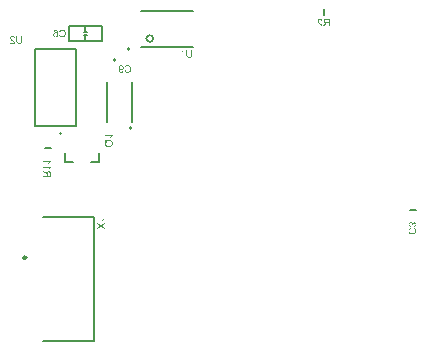
<source format=gbo>
G04*
G04 #@! TF.GenerationSoftware,Altium Limited,Altium Designer,23.3.1 (30)*
G04*
G04 Layer_Color=32896*
%FSAX44Y44*%
%MOMM*%
G71*
G04*
G04 #@! TF.SameCoordinates,EEB403B8-57DA-4B53-8A1C-A64ED6DC22F4*
G04*
G04*
G04 #@! TF.FilePolarity,Positive*
G04*
G01*
G75*
%ADD11C,0.2000*%
%ADD12C,0.1270*%
%ADD13C,0.1500*%
%ADD80C,0.2540*%
%ADD81C,0.1600*%
%ADD82C,0.0000*%
G36*
X00639162Y00379203D02*
X00639367Y00379164D01*
X00639543Y00379115D01*
X00639689Y00379056D01*
X00639806Y00378988D01*
X00639894Y00378939D01*
X00639953Y00378900D01*
X00639972Y00378891D01*
X00640118Y00378764D01*
X00640235Y00378618D01*
X00640333Y00378471D01*
X00640401Y00378335D01*
X00640460Y00378208D01*
X00640489Y00378110D01*
X00640508Y00378071D01*
Y00378042D01*
X00640518Y00378022D01*
Y00378013D01*
X00640596Y00378169D01*
X00640694Y00378305D01*
X00640782Y00378413D01*
X00640869Y00378510D01*
X00640947Y00378578D01*
X00641006Y00378637D01*
X00641045Y00378666D01*
X00641065Y00378676D01*
X00641191Y00378754D01*
X00641328Y00378803D01*
X00641455Y00378842D01*
X00641572Y00378871D01*
X00641669Y00378891D01*
X00641747Y00378900D01*
X00641796D01*
X00641815D01*
X00641981Y00378891D01*
X00642128Y00378861D01*
X00642264Y00378822D01*
X00642391Y00378783D01*
X00642488Y00378744D01*
X00642567Y00378705D01*
X00642615Y00378676D01*
X00642635Y00378666D01*
X00642771Y00378569D01*
X00642898Y00378461D01*
X00643005Y00378344D01*
X00643093Y00378237D01*
X00643161Y00378139D01*
X00643210Y00378061D01*
X00643240Y00378003D01*
X00643249Y00377993D01*
Y00377984D01*
X00643327Y00377818D01*
X00643386Y00377652D01*
X00643425Y00377486D01*
X00643454Y00377340D01*
X00643474Y00377213D01*
X00643483Y00377115D01*
Y00376891D01*
X00643464Y00376754D01*
X00643415Y00376511D01*
X00643347Y00376286D01*
X00643269Y00376101D01*
X00643181Y00375955D01*
X00643142Y00375896D01*
X00643113Y00375847D01*
X00643083Y00375799D01*
X00643064Y00375769D01*
X00643054Y00375760D01*
X00643044Y00375750D01*
X00642869Y00375574D01*
X00642674Y00375438D01*
X00642469Y00375321D01*
X00642274Y00375243D01*
X00642098Y00375174D01*
X00642020Y00375155D01*
X00641952Y00375135D01*
X00641903Y00375126D01*
X00641864Y00375116D01*
X00641835Y00375106D01*
X00641825D01*
X00641689Y00375896D01*
X00641893Y00375935D01*
X00642069Y00375994D01*
X00642215Y00376052D01*
X00642332Y00376120D01*
X00642430Y00376179D01*
X00642498Y00376228D01*
X00642537Y00376267D01*
X00642547Y00376277D01*
X00642645Y00376403D01*
X00642713Y00376530D01*
X00642771Y00376657D01*
X00642801Y00376784D01*
X00642820Y00376881D01*
X00642840Y00376969D01*
Y00377047D01*
X00642830Y00377213D01*
X00642791Y00377359D01*
X00642752Y00377486D01*
X00642693Y00377593D01*
X00642645Y00377681D01*
X00642596Y00377749D01*
X00642557Y00377788D01*
X00642547Y00377798D01*
X00642440Y00377896D01*
X00642313Y00377964D01*
X00642196Y00378022D01*
X00642089Y00378052D01*
X00641981Y00378071D01*
X00641903Y00378091D01*
X00641854D01*
X00641845D01*
X00641835D01*
X00641640Y00378071D01*
X00641474Y00378022D01*
X00641338Y00377964D01*
X00641230Y00377886D01*
X00641143Y00377808D01*
X00641074Y00377749D01*
X00641035Y00377701D01*
X00641025Y00377681D01*
X00640938Y00377525D01*
X00640879Y00377369D01*
X00640830Y00377223D01*
X00640801Y00377086D01*
X00640782Y00376959D01*
X00640772Y00376872D01*
Y00376745D01*
X00640782Y00376706D01*
Y00376657D01*
X00640089Y00376569D01*
X00640118Y00376686D01*
X00640138Y00376794D01*
X00640148Y00376891D01*
X00640157Y00376969D01*
X00640167Y00377037D01*
Y00377125D01*
X00640148Y00377320D01*
X00640109Y00377486D01*
X00640060Y00377642D01*
X00639992Y00377769D01*
X00639923Y00377876D01*
X00639874Y00377954D01*
X00639836Y00377993D01*
X00639816Y00378013D01*
X00639679Y00378130D01*
X00639533Y00378218D01*
X00639377Y00378286D01*
X00639240Y00378325D01*
X00639114Y00378354D01*
X00639016Y00378364D01*
X00638977Y00378374D01*
X00638948D01*
X00638938D01*
X00638928D01*
X00638724Y00378354D01*
X00638538Y00378315D01*
X00638372Y00378257D01*
X00638236Y00378188D01*
X00638119Y00378110D01*
X00638041Y00378052D01*
X00637992Y00378013D01*
X00637973Y00377993D01*
X00637846Y00377847D01*
X00637748Y00377691D01*
X00637690Y00377535D01*
X00637641Y00377379D01*
X00637612Y00377252D01*
X00637602Y00377154D01*
X00637592Y00377115D01*
Y00377057D01*
X00637602Y00376891D01*
X00637641Y00376735D01*
X00637690Y00376599D01*
X00637738Y00376491D01*
X00637797Y00376394D01*
X00637836Y00376325D01*
X00637875Y00376286D01*
X00637885Y00376267D01*
X00638012Y00376160D01*
X00638158Y00376062D01*
X00638324Y00375984D01*
X00638480Y00375925D01*
X00638626Y00375877D01*
X00638743Y00375847D01*
X00638782Y00375828D01*
X00638821D01*
X00638841Y00375818D01*
X00638850D01*
X00638743Y00375028D01*
X00638597Y00375048D01*
X00638460Y00375077D01*
X00638207Y00375165D01*
X00637982Y00375262D01*
X00637787Y00375379D01*
X00637709Y00375428D01*
X00637641Y00375486D01*
X00637582Y00375535D01*
X00637524Y00375574D01*
X00637485Y00375613D01*
X00637456Y00375643D01*
X00637446Y00375652D01*
X00637436Y00375662D01*
X00637348Y00375769D01*
X00637270Y00375886D01*
X00637202Y00375994D01*
X00637153Y00376111D01*
X00637056Y00376345D01*
X00636997Y00376569D01*
X00636978Y00376667D01*
X00636968Y00376764D01*
X00636958Y00376842D01*
X00636948Y00376920D01*
X00636939Y00376979D01*
Y00377057D01*
X00636948Y00377223D01*
X00636968Y00377388D01*
X00636987Y00377545D01*
X00637026Y00377691D01*
X00637075Y00377827D01*
X00637124Y00377954D01*
X00637173Y00378071D01*
X00637231Y00378178D01*
X00637280Y00378266D01*
X00637329Y00378354D01*
X00637378Y00378432D01*
X00637426Y00378491D01*
X00637465Y00378539D01*
X00637485Y00378569D01*
X00637504Y00378588D01*
X00637514Y00378598D01*
X00637631Y00378705D01*
X00637748Y00378803D01*
X00637865Y00378881D01*
X00637982Y00378949D01*
X00638099Y00379017D01*
X00638226Y00379066D01*
X00638451Y00379134D01*
X00638548Y00379164D01*
X00638646Y00379183D01*
X00638724Y00379193D01*
X00638802Y00379203D01*
X00638860Y00379212D01*
X00638899D01*
X00638928D01*
X00638938D01*
X00639162Y00379203D01*
D02*
G37*
G36*
X00639289Y00373448D02*
X00639006Y00373370D01*
X00638753Y00373273D01*
X00638548Y00373155D01*
X00638372Y00373048D01*
X00638246Y00372941D01*
X00638148Y00372853D01*
X00638090Y00372795D01*
X00638080Y00372785D01*
X00638070Y00372775D01*
X00637934Y00372580D01*
X00637836Y00372385D01*
X00637758Y00372180D01*
X00637709Y00371995D01*
X00637680Y00371829D01*
X00637670Y00371751D01*
Y00371692D01*
X00637660Y00371644D01*
Y00371575D01*
X00637670Y00371361D01*
X00637709Y00371156D01*
X00637758Y00370971D01*
X00637807Y00370815D01*
X00637865Y00370678D01*
X00637904Y00370571D01*
X00637924Y00370532D01*
X00637943Y00370503D01*
X00637953Y00370493D01*
Y00370483D01*
X00638080Y00370307D01*
X00638226Y00370161D01*
X00638372Y00370034D01*
X00638529Y00369927D01*
X00638655Y00369849D01*
X00638772Y00369800D01*
X00638811Y00369781D01*
X00638841Y00369761D01*
X00638860Y00369751D01*
X00638870D01*
X00639104Y00369673D01*
X00639348Y00369615D01*
X00639592Y00369576D01*
X00639816Y00369547D01*
X00639913Y00369537D01*
X00640001Y00369527D01*
X00640089D01*
X00640157Y00369517D01*
X00640216D01*
X00640255D01*
X00640284D01*
X00640294D01*
X00640528Y00369527D01*
X00640752Y00369547D01*
X00640957Y00369576D01*
X00641143Y00369615D01*
X00641299Y00369654D01*
X00641367Y00369664D01*
X00641416Y00369683D01*
X00641464Y00369693D01*
X00641494Y00369703D01*
X00641513Y00369712D01*
X00641523D01*
X00641738Y00369800D01*
X00641933Y00369907D01*
X00642089Y00370024D01*
X00642225Y00370132D01*
X00642332Y00370239D01*
X00642410Y00370327D01*
X00642459Y00370385D01*
X00642479Y00370395D01*
Y00370405D01*
X00642596Y00370600D01*
X00642684Y00370805D01*
X00642752Y00371010D01*
X00642791Y00371205D01*
X00642820Y00371380D01*
X00642830Y00371449D01*
Y00371517D01*
X00642840Y00371566D01*
Y00371634D01*
X00642830Y00371868D01*
X00642791Y00372073D01*
X00642742Y00372258D01*
X00642684Y00372404D01*
X00642615Y00372531D01*
X00642567Y00372619D01*
X00642527Y00372677D01*
X00642518Y00372697D01*
X00642381Y00372853D01*
X00642225Y00372980D01*
X00642050Y00373097D01*
X00641884Y00373185D01*
X00641738Y00373253D01*
X00641669Y00373282D01*
X00641611Y00373312D01*
X00641562Y00373331D01*
X00641523Y00373341D01*
X00641503Y00373350D01*
X00641494D01*
X00641689Y00374189D01*
X00642001Y00374072D01*
X00642147Y00374004D01*
X00642274Y00373936D01*
X00642401Y00373858D01*
X00642518Y00373780D01*
X00642615Y00373711D01*
X00642713Y00373633D01*
X00642791Y00373565D01*
X00642859Y00373497D01*
X00642927Y00373428D01*
X00642976Y00373380D01*
X00643015Y00373331D01*
X00643044Y00373302D01*
X00643054Y00373282D01*
X00643064Y00373273D01*
X00643152Y00373146D01*
X00643230Y00373019D01*
X00643298Y00372882D01*
X00643356Y00372746D01*
X00643444Y00372473D01*
X00643503Y00372219D01*
X00643522Y00372102D01*
X00643532Y00371995D01*
X00643542Y00371897D01*
X00643552Y00371819D01*
X00643561Y00371751D01*
Y00371653D01*
X00643542Y00371341D01*
X00643503Y00371049D01*
X00643435Y00370785D01*
X00643405Y00370668D01*
X00643366Y00370561D01*
X00643327Y00370463D01*
X00643298Y00370366D01*
X00643259Y00370288D01*
X00643230Y00370229D01*
X00643210Y00370171D01*
X00643191Y00370132D01*
X00643171Y00370112D01*
Y00370103D01*
X00643015Y00369859D01*
X00642830Y00369634D01*
X00642645Y00369449D01*
X00642459Y00369303D01*
X00642293Y00369176D01*
X00642225Y00369127D01*
X00642167Y00369088D01*
X00642108Y00369059D01*
X00642069Y00369039D01*
X00642050Y00369020D01*
X00642040D01*
X00641757Y00368893D01*
X00641455Y00368796D01*
X00641162Y00368737D01*
X00640889Y00368688D01*
X00640762Y00368669D01*
X00640655Y00368659D01*
X00640547Y00368649D01*
X00640460D01*
X00640391Y00368639D01*
X00640343D01*
X00640304D01*
X00640294D01*
X00639953Y00368649D01*
X00639640Y00368688D01*
X00639348Y00368747D01*
X00639211Y00368776D01*
X00639094Y00368805D01*
X00638977Y00368835D01*
X00638880Y00368864D01*
X00638792Y00368893D01*
X00638714Y00368922D01*
X00638655Y00368942D01*
X00638616Y00368961D01*
X00638587Y00368971D01*
X00638577D01*
X00638294Y00369108D01*
X00638051Y00369273D01*
X00637836Y00369430D01*
X00637670Y00369595D01*
X00637534Y00369732D01*
X00637436Y00369849D01*
X00637407Y00369898D01*
X00637378Y00369927D01*
X00637368Y00369947D01*
X00637358Y00369956D01*
X00637280Y00370083D01*
X00637221Y00370220D01*
X00637114Y00370493D01*
X00637046Y00370776D01*
X00636987Y00371049D01*
X00636978Y00371166D01*
X00636958Y00371283D01*
X00636948Y00371380D01*
Y00371468D01*
X00636939Y00371546D01*
Y00371644D01*
X00636948Y00371829D01*
X00636958Y00372005D01*
X00637026Y00372326D01*
X00637066Y00372473D01*
X00637114Y00372619D01*
X00637163Y00372746D01*
X00637212Y00372863D01*
X00637261Y00372970D01*
X00637309Y00373058D01*
X00637358Y00373136D01*
X00637397Y00373204D01*
X00637436Y00373263D01*
X00637465Y00373302D01*
X00637475Y00373321D01*
X00637485Y00373331D01*
X00637592Y00373458D01*
X00637709Y00373575D01*
X00637963Y00373770D01*
X00638226Y00373946D01*
X00638489Y00374072D01*
X00638606Y00374131D01*
X00638714Y00374170D01*
X00638821Y00374209D01*
X00638899Y00374248D01*
X00638977Y00374267D01*
X00639026Y00374287D01*
X00639065Y00374297D01*
X00639075D01*
X00639289Y00373448D01*
D02*
G37*
G36*
X00338330Y00541974D02*
X00338506Y00541954D01*
X00338671Y00541915D01*
X00338828Y00541866D01*
X00338974Y00541808D01*
X00339101Y00541749D01*
X00339227Y00541681D01*
X00339335Y00541613D01*
X00339432Y00541544D01*
X00339520Y00541476D01*
X00339588Y00541418D01*
X00339657Y00541359D01*
X00339705Y00541310D01*
X00339735Y00541271D01*
X00339754Y00541252D01*
X00339764Y00541242D01*
X00339881Y00541076D01*
X00339988Y00540881D01*
X00340076Y00540686D01*
X00340154Y00540462D01*
X00340222Y00540247D01*
X00340281Y00540023D01*
X00340330Y00539799D01*
X00340359Y00539574D01*
X00340388Y00539369D01*
X00340408Y00539174D01*
X00340427Y00538999D01*
X00340437Y00538843D01*
X00340447Y00538716D01*
Y00538618D01*
Y00538589D01*
Y00538560D01*
Y00538550D01*
Y00538540D01*
X00340437Y00538238D01*
X00340417Y00537965D01*
X00340388Y00537701D01*
X00340349Y00537467D01*
X00340300Y00537253D01*
X00340252Y00537058D01*
X00340193Y00536882D01*
X00340135Y00536726D01*
X00340086Y00536590D01*
X00340027Y00536473D01*
X00339978Y00536375D01*
X00339930Y00536297D01*
X00339891Y00536238D01*
X00339861Y00536199D01*
X00339842Y00536170D01*
X00339832Y00536160D01*
X00339715Y00536034D01*
X00339588Y00535926D01*
X00339452Y00535829D01*
X00339315Y00535741D01*
X00339179Y00535673D01*
X00339052Y00535614D01*
X00338915Y00535565D01*
X00338788Y00535526D01*
X00338671Y00535497D01*
X00338564Y00535478D01*
X00338467Y00535458D01*
X00338389Y00535448D01*
X00338320D01*
X00338262Y00535439D01*
X00338223D01*
X00338018Y00535448D01*
X00337823Y00535478D01*
X00337647Y00535526D01*
X00337491Y00535575D01*
X00337374Y00535624D01*
X00337277Y00535673D01*
X00337218Y00535702D01*
X00337199Y00535712D01*
X00337033Y00535829D01*
X00336896Y00535956D01*
X00336769Y00536082D01*
X00336662Y00536209D01*
X00336584Y00536326D01*
X00336526Y00536414D01*
X00336506Y00536453D01*
X00336487Y00536482D01*
X00336477Y00536492D01*
Y00536502D01*
X00336389Y00536697D01*
X00336321Y00536892D01*
X00336282Y00537087D01*
X00336243Y00537253D01*
X00336223Y00537409D01*
Y00537467D01*
X00336214Y00537526D01*
Y00537565D01*
Y00537594D01*
Y00537614D01*
Y00537623D01*
X00336223Y00537789D01*
X00336233Y00537955D01*
X00336262Y00538101D01*
X00336301Y00538248D01*
X00336340Y00538374D01*
X00336389Y00538501D01*
X00336438Y00538609D01*
X00336487Y00538716D01*
X00336545Y00538804D01*
X00336594Y00538882D01*
X00336643Y00538950D01*
X00336682Y00539008D01*
X00336721Y00539057D01*
X00336750Y00539086D01*
X00336760Y00539106D01*
X00336769Y00539116D01*
X00336877Y00539223D01*
X00336984Y00539311D01*
X00337101Y00539389D01*
X00337218Y00539457D01*
X00337326Y00539516D01*
X00337443Y00539555D01*
X00337647Y00539633D01*
X00337833Y00539672D01*
X00337911Y00539682D01*
X00337979Y00539691D01*
X00338037Y00539701D01*
X00338116D01*
X00338281Y00539691D01*
X00338437Y00539672D01*
X00338584Y00539633D01*
X00338711Y00539594D01*
X00338818Y00539555D01*
X00338905Y00539516D01*
X00338954Y00539496D01*
X00338974Y00539486D01*
X00339120Y00539399D01*
X00339257Y00539301D01*
X00339374Y00539194D01*
X00339471Y00539086D01*
X00339559Y00538989D01*
X00339618Y00538911D01*
X00339657Y00538862D01*
X00339666Y00538852D01*
Y00539018D01*
X00339657Y00539184D01*
X00339647Y00539340D01*
X00339637Y00539486D01*
X00339618Y00539613D01*
X00339598Y00539740D01*
X00339579Y00539847D01*
X00339559Y00539945D01*
X00339539Y00540033D01*
X00339520Y00540111D01*
X00339501Y00540179D01*
X00339481Y00540228D01*
X00339471Y00540267D01*
X00339462Y00540306D01*
X00339452Y00540316D01*
Y00540325D01*
X00339364Y00540510D01*
X00339266Y00540676D01*
X00339169Y00540813D01*
X00339071Y00540920D01*
X00338993Y00541008D01*
X00338925Y00541076D01*
X00338886Y00541115D01*
X00338867Y00541125D01*
X00338750Y00541193D01*
X00338642Y00541252D01*
X00338525Y00541291D01*
X00338418Y00541310D01*
X00338330Y00541330D01*
X00338262Y00541340D01*
X00338194D01*
X00338028Y00541330D01*
X00337872Y00541291D01*
X00337735Y00541232D01*
X00337618Y00541174D01*
X00337530Y00541105D01*
X00337462Y00541057D01*
X00337413Y00541018D01*
X00337403Y00540998D01*
X00337335Y00540910D01*
X00337277Y00540813D01*
X00337179Y00540589D01*
X00337150Y00540491D01*
X00337121Y00540413D01*
X00337101Y00540354D01*
Y00540345D01*
Y00540335D01*
X00336321Y00540393D01*
X00336370Y00540657D01*
X00336457Y00540891D01*
X00336545Y00541086D01*
X00336652Y00541252D01*
X00336750Y00541379D01*
X00336828Y00541476D01*
X00336886Y00541535D01*
X00336896Y00541554D01*
X00336906D01*
X00337004Y00541632D01*
X00337101Y00541701D01*
X00337306Y00541798D01*
X00337511Y00541876D01*
X00337706Y00541935D01*
X00337881Y00541964D01*
X00337959Y00541974D01*
X00338018D01*
X00338077Y00541983D01*
X00338145D01*
X00338330Y00541974D01*
D02*
G37*
G36*
X00344085Y00542042D02*
X00344377Y00542003D01*
X00344641Y00541935D01*
X00344758Y00541905D01*
X00344865Y00541866D01*
X00344963Y00541827D01*
X00345060Y00541798D01*
X00345138Y00541759D01*
X00345197Y00541730D01*
X00345255Y00541710D01*
X00345294Y00541691D01*
X00345314Y00541671D01*
X00345323D01*
X00345567Y00541515D01*
X00345792Y00541330D01*
X00345977Y00541144D01*
X00346123Y00540959D01*
X00346250Y00540793D01*
X00346299Y00540725D01*
X00346338Y00540667D01*
X00346367Y00540608D01*
X00346387Y00540569D01*
X00346406Y00540550D01*
Y00540540D01*
X00346533Y00540257D01*
X00346630Y00539955D01*
X00346689Y00539662D01*
X00346738Y00539389D01*
X00346757Y00539262D01*
X00346767Y00539155D01*
X00346777Y00539048D01*
Y00538960D01*
X00346786Y00538891D01*
Y00538843D01*
Y00538804D01*
Y00538794D01*
X00346777Y00538452D01*
X00346738Y00538140D01*
X00346679Y00537848D01*
X00346650Y00537711D01*
X00346621Y00537594D01*
X00346591Y00537477D01*
X00346562Y00537380D01*
X00346533Y00537292D01*
X00346504Y00537214D01*
X00346484Y00537155D01*
X00346465Y00537116D01*
X00346455Y00537087D01*
Y00537077D01*
X00346318Y00536794D01*
X00346152Y00536551D01*
X00345996Y00536336D01*
X00345831Y00536170D01*
X00345694Y00536034D01*
X00345577Y00535936D01*
X00345528Y00535907D01*
X00345499Y00535878D01*
X00345480Y00535868D01*
X00345470Y00535858D01*
X00345343Y00535780D01*
X00345206Y00535722D01*
X00344933Y00535614D01*
X00344650Y00535546D01*
X00344377Y00535487D01*
X00344260Y00535478D01*
X00344143Y00535458D01*
X00344046Y00535448D01*
X00343958D01*
X00343880Y00535439D01*
X00343782D01*
X00343597Y00535448D01*
X00343422Y00535458D01*
X00343100Y00535526D01*
X00342953Y00535565D01*
X00342807Y00535614D01*
X00342680Y00535663D01*
X00342563Y00535712D01*
X00342456Y00535760D01*
X00342368Y00535809D01*
X00342290Y00535858D01*
X00342222Y00535897D01*
X00342163Y00535936D01*
X00342124Y00535965D01*
X00342105Y00535975D01*
X00342095Y00535985D01*
X00341968Y00536092D01*
X00341851Y00536209D01*
X00341656Y00536463D01*
X00341480Y00536726D01*
X00341354Y00536990D01*
X00341295Y00537107D01*
X00341256Y00537214D01*
X00341217Y00537321D01*
X00341178Y00537399D01*
X00341159Y00537477D01*
X00341139Y00537526D01*
X00341129Y00537565D01*
Y00537575D01*
X00341978Y00537789D01*
X00342056Y00537506D01*
X00342154Y00537253D01*
X00342271Y00537048D01*
X00342378Y00536872D01*
X00342485Y00536746D01*
X00342573Y00536648D01*
X00342631Y00536590D01*
X00342641Y00536580D01*
X00342651Y00536570D01*
X00342846Y00536433D01*
X00343041Y00536336D01*
X00343246Y00536258D01*
X00343431Y00536209D01*
X00343597Y00536180D01*
X00343675Y00536170D01*
X00343734D01*
X00343782Y00536160D01*
X00343851D01*
X00344065Y00536170D01*
X00344270Y00536209D01*
X00344455Y00536258D01*
X00344611Y00536307D01*
X00344748Y00536365D01*
X00344855Y00536404D01*
X00344894Y00536424D01*
X00344924Y00536443D01*
X00344933Y00536453D01*
X00344943D01*
X00345119Y00536580D01*
X00345265Y00536726D01*
X00345392Y00536872D01*
X00345499Y00537029D01*
X00345577Y00537155D01*
X00345626Y00537272D01*
X00345645Y00537311D01*
X00345665Y00537341D01*
X00345675Y00537360D01*
Y00537370D01*
X00345753Y00537604D01*
X00345811Y00537848D01*
X00345850Y00538092D01*
X00345879Y00538316D01*
X00345889Y00538414D01*
X00345899Y00538501D01*
Y00538589D01*
X00345909Y00538657D01*
Y00538716D01*
Y00538755D01*
Y00538784D01*
Y00538794D01*
X00345899Y00539028D01*
X00345879Y00539252D01*
X00345850Y00539457D01*
X00345811Y00539642D01*
X00345772Y00539799D01*
X00345762Y00539867D01*
X00345743Y00539916D01*
X00345733Y00539964D01*
X00345723Y00539994D01*
X00345714Y00540013D01*
Y00540023D01*
X00345626Y00540237D01*
X00345518Y00540433D01*
X00345401Y00540589D01*
X00345294Y00540725D01*
X00345187Y00540832D01*
X00345099Y00540910D01*
X00345041Y00540959D01*
X00345031Y00540979D01*
X00345021D01*
X00344826Y00541096D01*
X00344621Y00541184D01*
X00344416Y00541252D01*
X00344221Y00541291D01*
X00344046Y00541320D01*
X00343977Y00541330D01*
X00343909D01*
X00343860Y00541340D01*
X00343792D01*
X00343558Y00541330D01*
X00343353Y00541291D01*
X00343168Y00541242D01*
X00343022Y00541184D01*
X00342895Y00541115D01*
X00342807Y00541067D01*
X00342748Y00541027D01*
X00342729Y00541018D01*
X00342573Y00540881D01*
X00342446Y00540725D01*
X00342329Y00540550D01*
X00342241Y00540384D01*
X00342173Y00540237D01*
X00342144Y00540169D01*
X00342114Y00540111D01*
X00342095Y00540062D01*
X00342085Y00540023D01*
X00342076Y00540003D01*
Y00539994D01*
X00341237Y00540189D01*
X00341354Y00540501D01*
X00341422Y00540647D01*
X00341490Y00540774D01*
X00341568Y00540901D01*
X00341646Y00541018D01*
X00341715Y00541115D01*
X00341793Y00541213D01*
X00341861Y00541291D01*
X00341929Y00541359D01*
X00341997Y00541427D01*
X00342046Y00541476D01*
X00342095Y00541515D01*
X00342124Y00541544D01*
X00342144Y00541554D01*
X00342154Y00541564D01*
X00342280Y00541652D01*
X00342407Y00541730D01*
X00342544Y00541798D01*
X00342680Y00541856D01*
X00342953Y00541944D01*
X00343207Y00542003D01*
X00343324Y00542022D01*
X00343431Y00542032D01*
X00343529Y00542042D01*
X00343607Y00542052D01*
X00343675Y00542061D01*
X00343773D01*
X00344085Y00542042D01*
D02*
G37*
G36*
X00393814Y00511974D02*
X00393970Y00511954D01*
X00394117Y00511925D01*
X00394253Y00511895D01*
X00394497Y00511798D01*
X00394604Y00511740D01*
X00394702Y00511691D01*
X00394799Y00511632D01*
X00394877Y00511574D01*
X00394946Y00511525D01*
X00394994Y00511486D01*
X00395043Y00511447D01*
X00395072Y00511418D01*
X00395092Y00511398D01*
X00395102Y00511388D01*
X00395199Y00511271D01*
X00395287Y00511154D01*
X00395365Y00511027D01*
X00395424Y00510891D01*
X00395482Y00510764D01*
X00395531Y00510628D01*
X00395599Y00510384D01*
X00395619Y00510267D01*
X00395638Y00510159D01*
X00395648Y00510062D01*
X00395658Y00509984D01*
X00395667Y00509916D01*
Y00509857D01*
Y00509828D01*
Y00509818D01*
X00395658Y00509642D01*
X00395648Y00509477D01*
X00395619Y00509330D01*
X00395580Y00509184D01*
X00395541Y00509048D01*
X00395492Y00508921D01*
X00395443Y00508804D01*
X00395394Y00508706D01*
X00395345Y00508609D01*
X00395297Y00508531D01*
X00395248Y00508462D01*
X00395209Y00508404D01*
X00395170Y00508355D01*
X00395141Y00508326D01*
X00395131Y00508306D01*
X00395121Y00508297D01*
X00395014Y00508199D01*
X00394907Y00508111D01*
X00394790Y00508033D01*
X00394682Y00507965D01*
X00394565Y00507906D01*
X00394458Y00507858D01*
X00394243Y00507789D01*
X00394058Y00507750D01*
X00393980Y00507741D01*
X00393912Y00507731D01*
X00393853Y00507721D01*
X00393775D01*
X00393600Y00507731D01*
X00393434Y00507760D01*
X00393288Y00507789D01*
X00393161Y00507838D01*
X00393053Y00507877D01*
X00392966Y00507906D01*
X00392917Y00507936D01*
X00392897Y00507945D01*
X00392751Y00508043D01*
X00392624Y00508140D01*
X00392507Y00508248D01*
X00392419Y00508345D01*
X00392341Y00508423D01*
X00392293Y00508501D01*
X00392254Y00508540D01*
X00392244Y00508560D01*
Y00508492D01*
Y00508443D01*
Y00508414D01*
Y00508404D01*
Y00508218D01*
X00392263Y00508043D01*
X00392283Y00507887D01*
X00392302Y00507741D01*
X00392322Y00507614D01*
X00392341Y00507516D01*
X00392351Y00507487D01*
Y00507458D01*
X00392361Y00507448D01*
Y00507438D01*
X00392410Y00507272D01*
X00392458Y00507126D01*
X00392507Y00506999D01*
X00392546Y00506892D01*
X00392595Y00506804D01*
X00392624Y00506736D01*
X00392644Y00506697D01*
X00392654Y00506687D01*
X00392722Y00506590D01*
X00392800Y00506502D01*
X00392868Y00506424D01*
X00392946Y00506365D01*
X00393005Y00506316D01*
X00393053Y00506278D01*
X00393092Y00506258D01*
X00393102Y00506248D01*
X00393209Y00506190D01*
X00393317Y00506151D01*
X00393424Y00506121D01*
X00393522Y00506102D01*
X00393609Y00506092D01*
X00393678Y00506082D01*
X00393736D01*
X00393892Y00506092D01*
X00394029Y00506121D01*
X00394146Y00506160D01*
X00394243Y00506199D01*
X00394331Y00506239D01*
X00394390Y00506278D01*
X00394429Y00506307D01*
X00394438Y00506316D01*
X00394536Y00506414D01*
X00394614Y00506541D01*
X00394673Y00506668D01*
X00394721Y00506794D01*
X00394760Y00506902D01*
X00394780Y00506999D01*
X00394790Y00507038D01*
X00394799Y00507067D01*
Y00507077D01*
Y00507087D01*
X00395550Y00507029D01*
X00395502Y00506755D01*
X00395424Y00506521D01*
X00395336Y00506316D01*
X00395238Y00506151D01*
X00395141Y00506024D01*
X00395063Y00505926D01*
X00395004Y00505868D01*
X00394994Y00505858D01*
X00394985Y00505848D01*
X00394790Y00505712D01*
X00394594Y00505614D01*
X00394390Y00505536D01*
X00394195Y00505487D01*
X00394019Y00505458D01*
X00393941Y00505448D01*
X00393882D01*
X00393824Y00505439D01*
X00393756D01*
X00393502Y00505458D01*
X00393258Y00505497D01*
X00393053Y00505556D01*
X00392868Y00505624D01*
X00392722Y00505692D01*
X00392663Y00505722D01*
X00392615Y00505751D01*
X00392566Y00505780D01*
X00392537Y00505790D01*
X00392527Y00505809D01*
X00392517D01*
X00392332Y00505965D01*
X00392176Y00506141D01*
X00392039Y00506326D01*
X00391922Y00506512D01*
X00391834Y00506668D01*
X00391805Y00506736D01*
X00391776Y00506804D01*
X00391756Y00506853D01*
X00391737Y00506892D01*
X00391727Y00506912D01*
Y00506921D01*
X00391678Y00507067D01*
X00391639Y00507214D01*
X00391571Y00507536D01*
X00391522Y00507867D01*
X00391483Y00508179D01*
X00391473Y00508326D01*
X00391464Y00508452D01*
Y00508579D01*
X00391454Y00508677D01*
Y00508765D01*
Y00508823D01*
Y00508872D01*
Y00508882D01*
Y00509096D01*
X00391464Y00509301D01*
X00391483Y00509486D01*
X00391493Y00509662D01*
X00391512Y00509818D01*
X00391542Y00509964D01*
X00391561Y00510101D01*
X00391590Y00510218D01*
X00391620Y00510325D01*
X00391639Y00510423D01*
X00391659Y00510501D01*
X00391688Y00510559D01*
X00391698Y00510608D01*
X00391717Y00510647D01*
X00391727Y00510667D01*
Y00510676D01*
X00391834Y00510901D01*
X00391961Y00511096D01*
X00392098Y00511252D01*
X00392224Y00511398D01*
X00392341Y00511505D01*
X00392429Y00511583D01*
X00392468Y00511603D01*
X00392497Y00511622D01*
X00392507Y00511642D01*
X00392517D01*
X00392712Y00511759D01*
X00392917Y00511837D01*
X00393102Y00511895D01*
X00393278Y00511944D01*
X00393434Y00511964D01*
X00393502Y00511974D01*
X00393551D01*
X00393600Y00511983D01*
X00393658D01*
X00393814Y00511974D01*
D02*
G37*
G36*
X00399344Y00512042D02*
X00399637Y00512003D01*
X00399900Y00511935D01*
X00400018Y00511905D01*
X00400125Y00511866D01*
X00400222Y00511827D01*
X00400320Y00511798D01*
X00400398Y00511759D01*
X00400456Y00511730D01*
X00400515Y00511710D01*
X00400554Y00511691D01*
X00400573Y00511671D01*
X00400583D01*
X00400827Y00511515D01*
X00401051Y00511330D01*
X00401237Y00511144D01*
X00401383Y00510959D01*
X00401510Y00510793D01*
X00401558Y00510725D01*
X00401598Y00510667D01*
X00401627Y00510608D01*
X00401646Y00510569D01*
X00401666Y00510550D01*
Y00510540D01*
X00401793Y00510257D01*
X00401890Y00509955D01*
X00401949Y00509662D01*
X00401997Y00509389D01*
X00402017Y00509262D01*
X00402027Y00509155D01*
X00402037Y00509048D01*
Y00508960D01*
X00402046Y00508891D01*
Y00508843D01*
Y00508804D01*
Y00508794D01*
X00402037Y00508452D01*
X00401997Y00508140D01*
X00401939Y00507848D01*
X00401910Y00507711D01*
X00401880Y00507594D01*
X00401851Y00507477D01*
X00401822Y00507380D01*
X00401793Y00507292D01*
X00401763Y00507214D01*
X00401744Y00507155D01*
X00401724Y00507116D01*
X00401715Y00507087D01*
Y00507077D01*
X00401578Y00506794D01*
X00401412Y00506551D01*
X00401256Y00506336D01*
X00401090Y00506170D01*
X00400954Y00506034D01*
X00400837Y00505936D01*
X00400788Y00505907D01*
X00400759Y00505878D01*
X00400739Y00505868D01*
X00400729Y00505858D01*
X00400603Y00505780D01*
X00400466Y00505722D01*
X00400193Y00505614D01*
X00399910Y00505546D01*
X00399637Y00505487D01*
X00399520Y00505478D01*
X00399403Y00505458D01*
X00399305Y00505448D01*
X00399218D01*
X00399140Y00505439D01*
X00399042D01*
X00398857Y00505448D01*
X00398681Y00505458D01*
X00398359Y00505526D01*
X00398213Y00505565D01*
X00398067Y00505614D01*
X00397940Y00505663D01*
X00397823Y00505712D01*
X00397716Y00505760D01*
X00397628Y00505809D01*
X00397550Y00505858D01*
X00397481Y00505897D01*
X00397423Y00505936D01*
X00397384Y00505965D01*
X00397365Y00505975D01*
X00397355Y00505985D01*
X00397228Y00506092D01*
X00397111Y00506209D01*
X00396916Y00506463D01*
X00396740Y00506726D01*
X00396614Y00506990D01*
X00396555Y00507107D01*
X00396516Y00507214D01*
X00396477Y00507321D01*
X00396438Y00507399D01*
X00396418Y00507477D01*
X00396399Y00507526D01*
X00396389Y00507565D01*
Y00507575D01*
X00397238Y00507789D01*
X00397316Y00507506D01*
X00397413Y00507253D01*
X00397530Y00507048D01*
X00397638Y00506872D01*
X00397745Y00506746D01*
X00397833Y00506648D01*
X00397891Y00506590D01*
X00397901Y00506580D01*
X00397911Y00506570D01*
X00398106Y00506433D01*
X00398301Y00506336D01*
X00398506Y00506258D01*
X00398691Y00506209D01*
X00398857Y00506180D01*
X00398935Y00506170D01*
X00398993D01*
X00399042Y00506160D01*
X00399110D01*
X00399325Y00506170D01*
X00399530Y00506209D01*
X00399715Y00506258D01*
X00399871Y00506307D01*
X00400008Y00506365D01*
X00400115Y00506404D01*
X00400154Y00506424D01*
X00400183Y00506443D01*
X00400193Y00506453D01*
X00400203D01*
X00400378Y00506580D01*
X00400525Y00506726D01*
X00400651Y00506872D01*
X00400759Y00507029D01*
X00400837Y00507155D01*
X00400886Y00507272D01*
X00400905Y00507311D01*
X00400924Y00507341D01*
X00400934Y00507360D01*
Y00507370D01*
X00401012Y00507604D01*
X00401071Y00507848D01*
X00401110Y00508092D01*
X00401139Y00508316D01*
X00401149Y00508414D01*
X00401159Y00508501D01*
Y00508589D01*
X00401168Y00508657D01*
Y00508716D01*
Y00508755D01*
Y00508784D01*
Y00508794D01*
X00401159Y00509028D01*
X00401139Y00509252D01*
X00401110Y00509457D01*
X00401071Y00509642D01*
X00401032Y00509799D01*
X00401022Y00509867D01*
X00401003Y00509916D01*
X00400993Y00509964D01*
X00400983Y00509994D01*
X00400973Y00510013D01*
Y00510023D01*
X00400886Y00510237D01*
X00400778Y00510433D01*
X00400661Y00510589D01*
X00400554Y00510725D01*
X00400447Y00510832D01*
X00400359Y00510910D01*
X00400300Y00510959D01*
X00400291Y00510979D01*
X00400281D01*
X00400086Y00511096D01*
X00399881Y00511184D01*
X00399676Y00511252D01*
X00399481Y00511291D01*
X00399305Y00511320D01*
X00399237Y00511330D01*
X00399169D01*
X00399120Y00511340D01*
X00399052D01*
X00398818Y00511330D01*
X00398613Y00511291D01*
X00398428Y00511242D01*
X00398281Y00511184D01*
X00398154Y00511115D01*
X00398067Y00511067D01*
X00398008Y00511027D01*
X00397989Y00511018D01*
X00397833Y00510881D01*
X00397706Y00510725D01*
X00397589Y00510550D01*
X00397501Y00510384D01*
X00397433Y00510237D01*
X00397403Y00510169D01*
X00397374Y00510111D01*
X00397355Y00510062D01*
X00397345Y00510023D01*
X00397335Y00510003D01*
Y00509994D01*
X00396496Y00510189D01*
X00396614Y00510501D01*
X00396682Y00510647D01*
X00396750Y00510774D01*
X00396828Y00510901D01*
X00396906Y00511018D01*
X00396974Y00511115D01*
X00397052Y00511213D01*
X00397121Y00511291D01*
X00397189Y00511359D01*
X00397257Y00511427D01*
X00397306Y00511476D01*
X00397355Y00511515D01*
X00397384Y00511544D01*
X00397403Y00511554D01*
X00397413Y00511564D01*
X00397540Y00511652D01*
X00397667Y00511730D01*
X00397803Y00511798D01*
X00397940Y00511856D01*
X00398213Y00511944D01*
X00398467Y00512003D01*
X00398584Y00512022D01*
X00398691Y00512032D01*
X00398788Y00512042D01*
X00398867Y00512052D01*
X00398935Y00512061D01*
X00399032D01*
X00399344Y00512042D01*
D02*
G37*
G36*
X00301804Y00536513D02*
X00301961Y00536503D01*
X00302253Y00536444D01*
X00302380Y00536415D01*
X00302507Y00536376D01*
X00302614Y00536327D01*
X00302712Y00536288D01*
X00302799Y00536240D01*
X00302877Y00536200D01*
X00302946Y00536152D01*
X00303004Y00536122D01*
X00303043Y00536093D01*
X00303072Y00536064D01*
X00303092Y00536054D01*
X00303102Y00536044D01*
X00303199Y00535947D01*
X00303277Y00535849D01*
X00303424Y00535625D01*
X00303531Y00535401D01*
X00303609Y00535176D01*
X00303667Y00534981D01*
X00303677Y00534893D01*
X00303697Y00534815D01*
X00303706Y00534757D01*
X00303716Y00534708D01*
Y00534679D01*
Y00534669D01*
X00302907Y00534581D01*
X00302887Y00534796D01*
X00302848Y00534981D01*
X00302799Y00535137D01*
X00302731Y00535274D01*
X00302673Y00535381D01*
X00302614Y00535459D01*
X00302575Y00535498D01*
X00302565Y00535518D01*
X00302429Y00535635D01*
X00302282Y00535723D01*
X00302126Y00535781D01*
X00301980Y00535830D01*
X00301853Y00535849D01*
X00301756Y00535859D01*
X00301717Y00535869D01*
X00301658D01*
X00301463Y00535859D01*
X00301287Y00535820D01*
X00301141Y00535771D01*
X00301014Y00535713D01*
X00300917Y00535644D01*
X00300839Y00535596D01*
X00300800Y00535557D01*
X00300780Y00535547D01*
X00300663Y00535420D01*
X00300585Y00535284D01*
X00300527Y00535157D01*
X00300478Y00535030D01*
X00300458Y00534923D01*
X00300449Y00534835D01*
X00300439Y00534776D01*
Y00534767D01*
Y00534757D01*
X00300458Y00534591D01*
X00300497Y00534416D01*
X00300556Y00534259D01*
X00300624Y00534113D01*
X00300693Y00533986D01*
X00300751Y00533889D01*
X00300770Y00533850D01*
X00300790Y00533821D01*
X00300809Y00533811D01*
Y00533801D01*
X00300888Y00533703D01*
X00300975Y00533596D01*
X00301073Y00533489D01*
X00301190Y00533382D01*
X00301424Y00533157D01*
X00301658Y00532933D01*
X00301873Y00532748D01*
X00301970Y00532660D01*
X00302058Y00532592D01*
X00302126Y00532523D01*
X00302175Y00532484D01*
X00302214Y00532455D01*
X00302224Y00532445D01*
X00302458Y00532240D01*
X00302673Y00532055D01*
X00302848Y00531889D01*
X00302994Y00531753D01*
X00303111Y00531636D01*
X00303189Y00531548D01*
X00303238Y00531489D01*
X00303258Y00531480D01*
Y00531470D01*
X00303384Y00531314D01*
X00303482Y00531168D01*
X00303580Y00531021D01*
X00303648Y00530895D01*
X00303706Y00530777D01*
X00303745Y00530699D01*
X00303765Y00530641D01*
X00303775Y00530631D01*
Y00530621D01*
X00303804Y00530524D01*
X00303833Y00530426D01*
X00303843Y00530339D01*
X00303853Y00530261D01*
X00303862Y00530192D01*
Y00530134D01*
Y00530095D01*
Y00530085D01*
X00299620D01*
Y00530836D01*
X00302770D01*
X00302663Y00530992D01*
X00302555Y00531119D01*
X00302507Y00531177D01*
X00302468Y00531216D01*
X00302448Y00531246D01*
X00302438Y00531255D01*
X00302390Y00531304D01*
X00302341Y00531353D01*
X00302214Y00531470D01*
X00302058Y00531606D01*
X00301912Y00531743D01*
X00301765Y00531870D01*
X00301648Y00531967D01*
X00301600Y00532006D01*
X00301561Y00532036D01*
X00301541Y00532055D01*
X00301531Y00532065D01*
X00301375Y00532201D01*
X00301239Y00532318D01*
X00301102Y00532436D01*
X00300985Y00532543D01*
X00300878Y00532650D01*
X00300780Y00532738D01*
X00300683Y00532826D01*
X00300605Y00532904D01*
X00300536Y00532972D01*
X00300478Y00533031D01*
X00300390Y00533118D01*
X00300341Y00533177D01*
X00300322Y00533196D01*
X00300195Y00533352D01*
X00300078Y00533489D01*
X00299990Y00533625D01*
X00299922Y00533742D01*
X00299863Y00533840D01*
X00299824Y00533908D01*
X00299805Y00533957D01*
X00299795Y00533977D01*
X00299737Y00534113D01*
X00299698Y00534250D01*
X00299668Y00534376D01*
X00299649Y00534494D01*
X00299639Y00534591D01*
X00299629Y00534669D01*
Y00534718D01*
Y00534737D01*
X00299639Y00534874D01*
X00299649Y00535010D01*
X00299717Y00535254D01*
X00299805Y00535469D01*
X00299902Y00535654D01*
X00300000Y00535801D01*
X00300049Y00535859D01*
X00300088Y00535918D01*
X00300127Y00535957D01*
X00300156Y00535986D01*
X00300166Y00535996D01*
X00300175Y00536005D01*
X00300283Y00536093D01*
X00300390Y00536181D01*
X00300507Y00536249D01*
X00300634Y00536308D01*
X00300878Y00536395D01*
X00301112Y00536454D01*
X00301219Y00536483D01*
X00301317Y00536493D01*
X00301404Y00536503D01*
X00301483Y00536513D01*
X00301551Y00536522D01*
X00301639D01*
X00301804Y00536513D01*
D02*
G37*
G36*
X00309880Y00532787D02*
Y00532601D01*
X00309871Y00532426D01*
X00309861Y00532260D01*
X00309841Y00532104D01*
X00309822Y00531967D01*
X00309802Y00531831D01*
X00309783Y00531714D01*
X00309754Y00531606D01*
X00309734Y00531509D01*
X00309715Y00531421D01*
X00309695Y00531343D01*
X00309676Y00531285D01*
X00309656Y00531236D01*
X00309646Y00531207D01*
X00309636Y00531187D01*
Y00531177D01*
X00309529Y00530973D01*
X00309403Y00530787D01*
X00309276Y00530641D01*
X00309139Y00530514D01*
X00309022Y00530407D01*
X00308915Y00530339D01*
X00308876Y00530309D01*
X00308856Y00530299D01*
X00308837Y00530280D01*
X00308827D01*
X00308603Y00530182D01*
X00308349Y00530104D01*
X00308105Y00530056D01*
X00307871Y00530017D01*
X00307764Y00530007D01*
X00307666Y00529997D01*
X00307579Y00529987D01*
X00307500D01*
X00307442Y00529978D01*
X00307354D01*
X00307023Y00529997D01*
X00306730Y00530036D01*
X00306593Y00530056D01*
X00306476Y00530085D01*
X00306359Y00530124D01*
X00306262Y00530153D01*
X00306174Y00530182D01*
X00306086Y00530221D01*
X00306018Y00530251D01*
X00305969Y00530270D01*
X00305920Y00530299D01*
X00305891Y00530309D01*
X00305872Y00530329D01*
X00305862D01*
X00305667Y00530475D01*
X00305491Y00530621D01*
X00305355Y00530777D01*
X00305247Y00530924D01*
X00305169Y00531060D01*
X00305111Y00531158D01*
X00305091Y00531197D01*
X00305082Y00531226D01*
X00305072Y00531246D01*
Y00531255D01*
X00304994Y00531480D01*
X00304945Y00531733D01*
X00304906Y00531987D01*
X00304877Y00532231D01*
X00304867Y00532348D01*
X00304857Y00532455D01*
Y00532543D01*
X00304848Y00532631D01*
Y00532699D01*
Y00532748D01*
Y00532777D01*
Y00532787D01*
Y00536493D01*
X00305696D01*
Y00532787D01*
Y00532572D01*
X00305716Y00532367D01*
X00305735Y00532192D01*
X00305755Y00532026D01*
X00305784Y00531870D01*
X00305823Y00531743D01*
X00305862Y00531626D01*
X00305891Y00531519D01*
X00305930Y00531431D01*
X00305969Y00531353D01*
X00305998Y00531294D01*
X00306038Y00531246D01*
X00306057Y00531207D01*
X00306077Y00531177D01*
X00306096Y00531168D01*
Y00531158D01*
X00306174Y00531080D01*
X00306271Y00531021D01*
X00306476Y00530914D01*
X00306691Y00530846D01*
X00306915Y00530787D01*
X00307110Y00530758D01*
X00307198Y00530748D01*
X00307276D01*
X00307344Y00530738D01*
X00307432D01*
X00307627Y00530748D01*
X00307803Y00530768D01*
X00307959Y00530807D01*
X00308095Y00530846D01*
X00308203Y00530875D01*
X00308281Y00530914D01*
X00308330Y00530933D01*
X00308349Y00530943D01*
X00308486Y00531031D01*
X00308593Y00531129D01*
X00308690Y00531236D01*
X00308759Y00531333D01*
X00308817Y00531421D01*
X00308856Y00531489D01*
X00308876Y00531538D01*
X00308885Y00531558D01*
X00308915Y00531636D01*
X00308934Y00531724D01*
X00308973Y00531919D01*
X00308993Y00532123D01*
X00309012Y00532318D01*
X00309022Y00532504D01*
X00309032Y00532582D01*
Y00532650D01*
Y00532709D01*
Y00532748D01*
Y00532777D01*
Y00532787D01*
Y00536493D01*
X00309880D01*
Y00532787D01*
D02*
G37*
G36*
X00386423Y00451938D02*
X00386268Y00451850D01*
X00386111Y00451743D01*
X00385965Y00451626D01*
X00385829Y00451509D01*
X00385721Y00451401D01*
X00385634Y00451314D01*
X00385575Y00451255D01*
X00385565Y00451245D01*
X00385555Y00451236D01*
X00385399Y00451050D01*
X00385253Y00450855D01*
X00385126Y00450660D01*
X00385019Y00450485D01*
X00384931Y00450328D01*
X00384902Y00450260D01*
X00384873Y00450202D01*
X00384843Y00450163D01*
X00384824Y00450124D01*
X00384814Y00450104D01*
Y00450094D01*
X00384044D01*
X00384102Y00450231D01*
X00384170Y00450377D01*
X00384229Y00450514D01*
X00384297Y00450641D01*
X00384356Y00450748D01*
X00384404Y00450836D01*
X00384444Y00450894D01*
X00384453Y00450904D01*
Y00450914D01*
X00384551Y00451080D01*
X00384658Y00451226D01*
X00384746Y00451353D01*
X00384834Y00451460D01*
X00384902Y00451548D01*
X00384951Y00451616D01*
X00384990Y00451655D01*
X00385000Y00451665D01*
X00379986D01*
Y00452455D01*
X00386423D01*
Y00451938D01*
D02*
G37*
G36*
X00380152Y00448592D02*
X00380249Y00448397D01*
X00380347Y00448212D01*
X00380445Y00448046D01*
X00380532Y00447900D01*
X00380571Y00447841D01*
X00380601Y00447783D01*
X00380630Y00447744D01*
X00380649Y00447715D01*
X00380669Y00447695D01*
Y00447685D01*
X00380854Y00447861D01*
X00381040Y00448007D01*
X00381225Y00448134D01*
X00381391Y00448232D01*
X00381537Y00448310D01*
X00381605Y00448349D01*
X00381654Y00448368D01*
X00381703Y00448388D01*
X00381732Y00448407D01*
X00381752Y00448417D01*
X00381761D01*
X00382005Y00448495D01*
X00382249Y00448553D01*
X00382493Y00448602D01*
X00382707Y00448631D01*
X00382815Y00448641D01*
X00382902Y00448651D01*
X00382980D01*
X00383049Y00448661D01*
X00383107D01*
X00383146D01*
X00383176D01*
X00383185D01*
X00383536Y00448641D01*
X00383858Y00448602D01*
X00384141Y00448544D01*
X00384278Y00448505D01*
X00384395Y00448475D01*
X00384512Y00448436D01*
X00384609Y00448397D01*
X00384687Y00448368D01*
X00384756Y00448339D01*
X00384814Y00448319D01*
X00384863Y00448300D01*
X00384882Y00448280D01*
X00384892D01*
X00385165Y00448124D01*
X00385399Y00447958D01*
X00385604Y00447773D01*
X00385770Y00447598D01*
X00385897Y00447441D01*
X00385955Y00447373D01*
X00385994Y00447315D01*
X00386033Y00447266D01*
X00386053Y00447227D01*
X00386072Y00447207D01*
Y00447198D01*
X00386150Y00447061D01*
X00386219Y00446925D01*
X00386316Y00446651D01*
X00386394Y00446378D01*
X00386453Y00446134D01*
X00386463Y00446017D01*
X00386482Y00445920D01*
X00386492Y00445822D01*
Y00445744D01*
X00386502Y00445686D01*
Y00445598D01*
X00386482Y00445286D01*
X00386433Y00444984D01*
X00386375Y00444720D01*
X00386336Y00444593D01*
X00386297Y00444486D01*
X00386258Y00444379D01*
X00386219Y00444291D01*
X00386189Y00444213D01*
X00386160Y00444145D01*
X00386131Y00444086D01*
X00386111Y00444047D01*
X00386102Y00444028D01*
X00386092Y00444018D01*
X00385926Y00443764D01*
X00385731Y00443550D01*
X00385536Y00443364D01*
X00385341Y00443208D01*
X00385175Y00443082D01*
X00385097Y00443033D01*
X00385029Y00442994D01*
X00384980Y00442965D01*
X00384941Y00442945D01*
X00384912Y00442926D01*
X00384902D01*
X00384609Y00442799D01*
X00384307Y00442701D01*
X00384024Y00442643D01*
X00383751Y00442594D01*
X00383634Y00442574D01*
X00383527Y00442565D01*
X00383429Y00442555D01*
X00383341D01*
X00383283Y00442545D01*
X00383224D01*
X00383195D01*
X00383185D01*
X00382834Y00442565D01*
X00382512Y00442604D01*
X00382220Y00442662D01*
X00382093Y00442701D01*
X00381966Y00442740D01*
X00381859Y00442770D01*
X00381761Y00442808D01*
X00381674Y00442838D01*
X00381605Y00442867D01*
X00381547Y00442887D01*
X00381508Y00442906D01*
X00381478Y00442926D01*
X00381469D01*
X00381196Y00443082D01*
X00380961Y00443257D01*
X00380757Y00443433D01*
X00380591Y00443608D01*
X00380464Y00443764D01*
X00380406Y00443833D01*
X00380367Y00443891D01*
X00380337Y00443940D01*
X00380308Y00443979D01*
X00380298Y00443998D01*
X00380289Y00444008D01*
X00380152Y00444281D01*
X00380054Y00444554D01*
X00379976Y00444818D01*
X00379928Y00445062D01*
X00379918Y00445169D01*
X00379898Y00445266D01*
X00379889Y00445354D01*
Y00445432D01*
X00379879Y00445491D01*
Y00445578D01*
X00379898Y00445891D01*
X00379937Y00446183D01*
X00380006Y00446456D01*
X00380035Y00446573D01*
X00380074Y00446690D01*
X00380113Y00446788D01*
X00380142Y00446876D01*
X00380181Y00446954D01*
X00380210Y00447022D01*
X00380230Y00447081D01*
X00380249Y00447120D01*
X00380269Y00447139D01*
Y00447149D01*
X00380084Y00447402D01*
X00379928Y00447656D01*
X00379791Y00447890D01*
X00379684Y00448095D01*
X00379645Y00448192D01*
X00379606Y00448270D01*
X00379567Y00448349D01*
X00379547Y00448407D01*
X00379528Y00448456D01*
X00379508Y00448495D01*
X00379498Y00448514D01*
Y00448524D01*
X00380074Y00448787D01*
X00380152Y00448592D01*
D02*
G37*
G36*
X00445309Y00524616D02*
X00445417Y00524460D01*
X00445534Y00524314D01*
X00445651Y00524177D01*
X00445758Y00524070D01*
X00445846Y00523982D01*
X00445905Y00523924D01*
X00445914Y00523914D01*
X00445924Y00523904D01*
X00446109Y00523748D01*
X00446304Y00523602D01*
X00446499Y00523475D01*
X00446675Y00523368D01*
X00446831Y00523280D01*
X00446899Y00523251D01*
X00446958Y00523222D01*
X00446997Y00523192D01*
X00447036Y00523173D01*
X00447055Y00523163D01*
X00447065D01*
Y00522393D01*
X00446929Y00522451D01*
X00446782Y00522519D01*
X00446646Y00522578D01*
X00446519Y00522646D01*
X00446412Y00522705D01*
X00446324Y00522753D01*
X00446265Y00522792D01*
X00446256Y00522802D01*
X00446246D01*
X00446080Y00522900D01*
X00445934Y00523007D01*
X00445807Y00523095D01*
X00445700Y00523182D01*
X00445612Y00523251D01*
X00445544Y00523299D01*
X00445505Y00523339D01*
X00445495Y00523348D01*
Y00518335D01*
X00444705D01*
Y00524772D01*
X00445222D01*
X00445309Y00524616D01*
D02*
G37*
G36*
X00453795Y00521037D02*
Y00520851D01*
X00453785Y00520676D01*
X00453776Y00520510D01*
X00453756Y00520354D01*
X00453737Y00520217D01*
X00453717Y00520081D01*
X00453698Y00519964D01*
X00453668Y00519856D01*
X00453649Y00519759D01*
X00453629Y00519671D01*
X00453610Y00519593D01*
X00453590Y00519535D01*
X00453571Y00519486D01*
X00453561Y00519457D01*
X00453551Y00519437D01*
Y00519427D01*
X00453444Y00519222D01*
X00453317Y00519037D01*
X00453190Y00518891D01*
X00453054Y00518764D01*
X00452937Y00518657D01*
X00452830Y00518588D01*
X00452791Y00518559D01*
X00452771Y00518549D01*
X00452752Y00518530D01*
X00452742D01*
X00452518Y00518433D01*
X00452264Y00518354D01*
X00452020Y00518306D01*
X00451786Y00518267D01*
X00451679Y00518257D01*
X00451581Y00518247D01*
X00451493Y00518237D01*
X00451415D01*
X00451357Y00518228D01*
X00451269D01*
X00450937Y00518247D01*
X00450645Y00518286D01*
X00450508Y00518306D01*
X00450391Y00518335D01*
X00450274Y00518374D01*
X00450177Y00518403D01*
X00450089Y00518433D01*
X00450001Y00518471D01*
X00449933Y00518501D01*
X00449884Y00518520D01*
X00449835Y00518549D01*
X00449806Y00518559D01*
X00449786Y00518579D01*
X00449777D01*
X00449582Y00518725D01*
X00449406Y00518871D01*
X00449269Y00519027D01*
X00449162Y00519174D01*
X00449084Y00519310D01*
X00449026Y00519408D01*
X00449006Y00519447D01*
X00448996Y00519476D01*
X00448987Y00519496D01*
Y00519505D01*
X00448909Y00519730D01*
X00448860Y00519983D01*
X00448821Y00520237D01*
X00448792Y00520481D01*
X00448782Y00520598D01*
X00448772Y00520705D01*
Y00520793D01*
X00448762Y00520881D01*
Y00520949D01*
Y00520998D01*
Y00521027D01*
Y00521037D01*
Y00524743D01*
X00449611D01*
Y00521037D01*
Y00520822D01*
X00449630Y00520617D01*
X00449650Y00520442D01*
X00449669Y00520276D01*
X00449699Y00520120D01*
X00449738Y00519993D01*
X00449777Y00519876D01*
X00449806Y00519769D01*
X00449845Y00519681D01*
X00449884Y00519603D01*
X00449913Y00519544D01*
X00449952Y00519496D01*
X00449972Y00519457D01*
X00449991Y00519427D01*
X00450011Y00519418D01*
Y00519408D01*
X00450089Y00519330D01*
X00450186Y00519271D01*
X00450391Y00519164D01*
X00450606Y00519096D01*
X00450830Y00519037D01*
X00451025Y00519008D01*
X00451113Y00518998D01*
X00451191D01*
X00451259Y00518988D01*
X00451347D01*
X00451542Y00518998D01*
X00451718Y00519018D01*
X00451874Y00519057D01*
X00452010Y00519096D01*
X00452118Y00519125D01*
X00452196Y00519164D01*
X00452244Y00519184D01*
X00452264Y00519193D01*
X00452400Y00519281D01*
X00452508Y00519379D01*
X00452605Y00519486D01*
X00452673Y00519583D01*
X00452732Y00519671D01*
X00452771Y00519739D01*
X00452791Y00519788D01*
X00452800Y00519808D01*
X00452830Y00519886D01*
X00452849Y00519974D01*
X00452888Y00520169D01*
X00452908Y00520373D01*
X00452927Y00520569D01*
X00452937Y00520754D01*
X00452947Y00520832D01*
Y00520900D01*
Y00520959D01*
Y00520998D01*
Y00521027D01*
Y00521037D01*
Y00524743D01*
X00453795D01*
Y00521037D01*
D02*
G37*
G36*
X00379719Y00381616D02*
X00379563Y00381528D01*
X00379407Y00381421D01*
X00379260Y00381304D01*
X00379124Y00381187D01*
X00379016Y00381079D01*
X00378929Y00380992D01*
X00378870Y00380933D01*
X00378860Y00380924D01*
X00378851Y00380914D01*
X00378695Y00380728D01*
X00378548Y00380533D01*
X00378422Y00380338D01*
X00378314Y00380163D01*
X00378226Y00380007D01*
X00378197Y00379938D01*
X00378168Y00379880D01*
X00378139Y00379841D01*
X00378119Y00379802D01*
X00378109Y00379782D01*
Y00379772D01*
X00377339D01*
X00377397Y00379909D01*
X00377466Y00380055D01*
X00377524Y00380192D01*
X00377592Y00380319D01*
X00377651Y00380426D01*
X00377700Y00380514D01*
X00377739Y00380572D01*
X00377748Y00380582D01*
Y00380592D01*
X00377846Y00380758D01*
X00377953Y00380904D01*
X00378041Y00381031D01*
X00378129Y00381138D01*
X00378197Y00381226D01*
X00378246Y00381294D01*
X00378285Y00381333D01*
X00378295Y00381343D01*
X00373281D01*
Y00382133D01*
X00379719D01*
Y00381616D01*
D02*
G37*
G36*
X00376637Y00376329D02*
X00379689Y00378563D01*
Y00377636D01*
X00377973Y00376349D01*
X00377836Y00376242D01*
X00377710Y00376144D01*
X00377583Y00376056D01*
X00377475Y00375988D01*
X00377388Y00375930D01*
X00377319Y00375881D01*
X00377280Y00375852D01*
X00377261Y00375842D01*
X00377378Y00375774D01*
X00377495Y00375705D01*
X00377631Y00375617D01*
X00377758Y00375530D01*
X00377865Y00375462D01*
X00377953Y00375393D01*
X00378022Y00375354D01*
X00378031Y00375335D01*
X00378041D01*
X00379689Y00374164D01*
Y00373160D01*
X00376598Y00375344D01*
X00373281Y00372867D01*
Y00373881D01*
X00375495Y00375500D01*
X00375554Y00375540D01*
X00375622Y00375588D01*
X00375769Y00375695D01*
X00375846Y00375744D01*
X00375905Y00375774D01*
X00375944Y00375803D01*
X00375954Y00375813D01*
X00375807Y00375910D01*
X00375690Y00375988D01*
X00375632Y00376027D01*
X00375593Y00376056D01*
X00375573Y00376066D01*
X00375564Y00376076D01*
X00373281Y00377695D01*
Y00378739D01*
X00376637Y00376329D01*
D02*
G37*
G36*
X00562054Y00551209D02*
X00562211Y00551199D01*
X00562503Y00551141D01*
X00562630Y00551111D01*
X00562757Y00551072D01*
X00562864Y00551024D01*
X00562962Y00550985D01*
X00563049Y00550936D01*
X00563127Y00550897D01*
X00563196Y00550848D01*
X00563254Y00550819D01*
X00563293Y00550789D01*
X00563322Y00550760D01*
X00563342Y00550751D01*
X00563352Y00550741D01*
X00563449Y00550643D01*
X00563527Y00550546D01*
X00563674Y00550321D01*
X00563781Y00550097D01*
X00563859Y00549873D01*
X00563917Y00549678D01*
X00563927Y00549590D01*
X00563947Y00549512D01*
X00563956Y00549453D01*
X00563966Y00549404D01*
Y00549375D01*
Y00549366D01*
X00563157Y00549278D01*
X00563137Y00549492D01*
X00563098Y00549678D01*
X00563049Y00549834D01*
X00562981Y00549970D01*
X00562923Y00550078D01*
X00562864Y00550155D01*
X00562825Y00550195D01*
X00562815Y00550214D01*
X00562679Y00550331D01*
X00562532Y00550419D01*
X00562376Y00550477D01*
X00562230Y00550526D01*
X00562103Y00550546D01*
X00562006Y00550555D01*
X00561967Y00550565D01*
X00561908D01*
X00561713Y00550555D01*
X00561538Y00550516D01*
X00561391Y00550468D01*
X00561264Y00550409D01*
X00561167Y00550341D01*
X00561089Y00550292D01*
X00561050Y00550253D01*
X00561030Y00550243D01*
X00560913Y00550117D01*
X00560835Y00549980D01*
X00560777Y00549853D01*
X00560728Y00549726D01*
X00560708Y00549619D01*
X00560699Y00549531D01*
X00560689Y00549473D01*
Y00549463D01*
Y00549453D01*
X00560708Y00549287D01*
X00560747Y00549112D01*
X00560806Y00548956D01*
X00560874Y00548810D01*
X00560942Y00548683D01*
X00561001Y00548585D01*
X00561021Y00548546D01*
X00561040Y00548517D01*
X00561059Y00548507D01*
Y00548497D01*
X00561138Y00548400D01*
X00561225Y00548293D01*
X00561323Y00548185D01*
X00561440Y00548078D01*
X00561674Y00547854D01*
X00561908Y00547629D01*
X00562123Y00547444D01*
X00562220Y00547356D01*
X00562308Y00547288D01*
X00562376Y00547220D01*
X00562425Y00547181D01*
X00562464Y00547151D01*
X00562474Y00547142D01*
X00562708Y00546937D01*
X00562923Y00546752D01*
X00563098Y00546586D01*
X00563244Y00546449D01*
X00563361Y00546332D01*
X00563439Y00546244D01*
X00563488Y00546186D01*
X00563508Y00546176D01*
Y00546166D01*
X00563634Y00546010D01*
X00563732Y00545864D01*
X00563830Y00545718D01*
X00563898Y00545591D01*
X00563956Y00545474D01*
X00563995Y00545396D01*
X00564015Y00545337D01*
X00564025Y00545327D01*
Y00545318D01*
X00564054Y00545220D01*
X00564083Y00545123D01*
X00564093Y00545035D01*
X00564103Y00544957D01*
X00564112Y00544889D01*
Y00544830D01*
Y00544791D01*
Y00544781D01*
X00559870D01*
Y00545532D01*
X00563020D01*
X00562913Y00545688D01*
X00562805Y00545815D01*
X00562757Y00545874D01*
X00562718Y00545913D01*
X00562698Y00545942D01*
X00562688Y00545952D01*
X00562640Y00546001D01*
X00562591Y00546049D01*
X00562464Y00546166D01*
X00562308Y00546303D01*
X00562162Y00546439D01*
X00562015Y00546566D01*
X00561898Y00546664D01*
X00561850Y00546703D01*
X00561811Y00546732D01*
X00561791Y00546752D01*
X00561781Y00546761D01*
X00561625Y00546898D01*
X00561489Y00547015D01*
X00561352Y00547132D01*
X00561235Y00547239D01*
X00561128Y00547346D01*
X00561030Y00547434D01*
X00560933Y00547522D01*
X00560855Y00547600D01*
X00560786Y00547668D01*
X00560728Y00547727D01*
X00560640Y00547815D01*
X00560591Y00547873D01*
X00560572Y00547893D01*
X00560445Y00548049D01*
X00560328Y00548185D01*
X00560240Y00548322D01*
X00560172Y00548439D01*
X00560113Y00548536D01*
X00560074Y00548605D01*
X00560055Y00548653D01*
X00560045Y00548673D01*
X00559987Y00548810D01*
X00559948Y00548946D01*
X00559918Y00549073D01*
X00559899Y00549190D01*
X00559889Y00549287D01*
X00559879Y00549366D01*
Y00549414D01*
Y00549434D01*
X00559889Y00549570D01*
X00559899Y00549707D01*
X00559967Y00549951D01*
X00560055Y00550165D01*
X00560152Y00550351D01*
X00560250Y00550497D01*
X00560299Y00550555D01*
X00560338Y00550614D01*
X00560377Y00550653D01*
X00560406Y00550682D01*
X00560416Y00550692D01*
X00560425Y00550702D01*
X00560533Y00550789D01*
X00560640Y00550877D01*
X00560757Y00550946D01*
X00560884Y00551004D01*
X00561128Y00551092D01*
X00561362Y00551150D01*
X00561469Y00551180D01*
X00561567Y00551189D01*
X00561655Y00551199D01*
X00561732Y00551209D01*
X00561801Y00551219D01*
X00561889D01*
X00562054Y00551209D01*
D02*
G37*
G36*
X00570130Y00544781D02*
X00569282D01*
Y00547629D01*
X00568189D01*
X00568092Y00547620D01*
X00568014D01*
X00567946Y00547610D01*
X00567897Y00547600D01*
X00567858D01*
X00567838Y00547590D01*
X00567828D01*
X00567682Y00547542D01*
X00567565Y00547483D01*
X00567516Y00547454D01*
X00567477Y00547434D01*
X00567458Y00547425D01*
X00567448Y00547415D01*
X00567370Y00547366D01*
X00567302Y00547298D01*
X00567155Y00547161D01*
X00567107Y00547093D01*
X00567058Y00547034D01*
X00567029Y00546995D01*
X00567019Y00546986D01*
X00566921Y00546859D01*
X00566824Y00546722D01*
X00566717Y00546576D01*
X00566619Y00546430D01*
X00566531Y00546303D01*
X00566463Y00546205D01*
X00566443Y00546166D01*
X00566424Y00546137D01*
X00566404Y00546118D01*
Y00546108D01*
X00565556Y00544781D01*
X00564493D01*
X00565605Y00546517D01*
X00565732Y00546703D01*
X00565858Y00546869D01*
X00565975Y00547015D01*
X00566083Y00547142D01*
X00566170Y00547239D01*
X00566239Y00547317D01*
X00566287Y00547356D01*
X00566307Y00547376D01*
X00566375Y00547434D01*
X00566463Y00547493D01*
X00566629Y00547600D01*
X00566697Y00547639D01*
X00566756Y00547668D01*
X00566795Y00547688D01*
X00566814Y00547698D01*
X00566648Y00547727D01*
X00566492Y00547756D01*
X00566346Y00547795D01*
X00566219Y00547844D01*
X00566092Y00547893D01*
X00565985Y00547942D01*
X00565878Y00547990D01*
X00565790Y00548039D01*
X00565712Y00548088D01*
X00565644Y00548127D01*
X00565585Y00548176D01*
X00565536Y00548205D01*
X00565507Y00548244D01*
X00565478Y00548263D01*
X00565458Y00548283D01*
X00565380Y00548371D01*
X00565312Y00548468D01*
X00565195Y00548663D01*
X00565117Y00548849D01*
X00565068Y00549034D01*
X00565029Y00549190D01*
X00565019Y00549258D01*
Y00549317D01*
X00565010Y00549366D01*
Y00549404D01*
Y00549424D01*
Y00549434D01*
X00565019Y00549629D01*
X00565049Y00549804D01*
X00565098Y00549970D01*
X00565146Y00550117D01*
X00565195Y00550234D01*
X00565244Y00550321D01*
X00565273Y00550380D01*
X00565283Y00550399D01*
X00565390Y00550555D01*
X00565507Y00550682D01*
X00565624Y00550789D01*
X00565741Y00550868D01*
X00565839Y00550936D01*
X00565917Y00550985D01*
X00565975Y00551004D01*
X00565985Y00551014D01*
X00565995D01*
X00566083Y00551043D01*
X00566180Y00551072D01*
X00566385Y00551111D01*
X00566600Y00551150D01*
X00566804Y00551170D01*
X00567000Y00551180D01*
X00567077D01*
X00567155Y00551189D01*
X00570130D01*
Y00544781D01*
D02*
G37*
G36*
X00334219Y00430515D02*
X00334063Y00430428D01*
X00333907Y00430320D01*
X00333760Y00430203D01*
X00333624Y00430086D01*
X00333516Y00429979D01*
X00333429Y00429891D01*
X00333370Y00429833D01*
X00333360Y00429823D01*
X00333351Y00429813D01*
X00333195Y00429628D01*
X00333048Y00429433D01*
X00332921Y00429238D01*
X00332814Y00429062D01*
X00332726Y00428906D01*
X00332697Y00428838D01*
X00332668Y00428779D01*
X00332639Y00428740D01*
X00332619Y00428701D01*
X00332609Y00428682D01*
Y00428672D01*
X00331839D01*
X00331897Y00428809D01*
X00331966Y00428955D01*
X00332024Y00429091D01*
X00332092Y00429218D01*
X00332151Y00429325D01*
X00332200Y00429413D01*
X00332239Y00429472D01*
X00332248Y00429482D01*
Y00429491D01*
X00332346Y00429657D01*
X00332453Y00429803D01*
X00332541Y00429930D01*
X00332629Y00430037D01*
X00332697Y00430125D01*
X00332746Y00430193D01*
X00332785Y00430233D01*
X00332795Y00430242D01*
X00327781D01*
Y00431032D01*
X00334219D01*
Y00430515D01*
D02*
G37*
G36*
Y00425541D02*
X00334063Y00425453D01*
X00333907Y00425346D01*
X00333760Y00425229D01*
X00333624Y00425112D01*
X00333516Y00425005D01*
X00333429Y00424917D01*
X00333370Y00424858D01*
X00333360Y00424849D01*
X00333351Y00424839D01*
X00333195Y00424654D01*
X00333048Y00424458D01*
X00332921Y00424263D01*
X00332814Y00424088D01*
X00332726Y00423932D01*
X00332697Y00423863D01*
X00332668Y00423805D01*
X00332639Y00423766D01*
X00332619Y00423727D01*
X00332609Y00423707D01*
Y00423698D01*
X00331839D01*
X00331897Y00423834D01*
X00331966Y00423980D01*
X00332024Y00424117D01*
X00332092Y00424244D01*
X00332151Y00424351D01*
X00332200Y00424439D01*
X00332239Y00424497D01*
X00332248Y00424507D01*
Y00424517D01*
X00332346Y00424683D01*
X00332453Y00424829D01*
X00332541Y00424956D01*
X00332629Y00425063D01*
X00332697Y00425151D01*
X00332746Y00425219D01*
X00332785Y00425258D01*
X00332795Y00425268D01*
X00327781D01*
Y00426058D01*
X00334219D01*
Y00425541D01*
D02*
G37*
G36*
X00329517Y00421493D02*
X00329703Y00421367D01*
X00329869Y00421240D01*
X00330015Y00421123D01*
X00330142Y00421015D01*
X00330239Y00420928D01*
X00330317Y00420859D01*
X00330356Y00420811D01*
X00330376Y00420791D01*
X00330434Y00420723D01*
X00330493Y00420635D01*
X00330600Y00420469D01*
X00330639Y00420401D01*
X00330668Y00420342D01*
X00330688Y00420303D01*
X00330698Y00420284D01*
X00330727Y00420450D01*
X00330756Y00420606D01*
X00330795Y00420752D01*
X00330844Y00420879D01*
X00330893Y00421006D01*
X00330942Y00421113D01*
X00330990Y00421220D01*
X00331039Y00421308D01*
X00331088Y00421386D01*
X00331127Y00421454D01*
X00331175Y00421513D01*
X00331205Y00421562D01*
X00331244Y00421591D01*
X00331263Y00421620D01*
X00331283Y00421640D01*
X00331371Y00421718D01*
X00331468Y00421786D01*
X00331663Y00421903D01*
X00331848Y00421981D01*
X00332034Y00422030D01*
X00332190Y00422069D01*
X00332258Y00422079D01*
X00332317D01*
X00332365Y00422088D01*
X00332405D01*
X00332424D01*
X00332434D01*
X00332629Y00422079D01*
X00332804Y00422049D01*
X00332970Y00422001D01*
X00333116Y00421952D01*
X00333233Y00421903D01*
X00333321Y00421854D01*
X00333380Y00421825D01*
X00333399Y00421815D01*
X00333555Y00421708D01*
X00333682Y00421591D01*
X00333789Y00421474D01*
X00333867Y00421357D01*
X00333936Y00421259D01*
X00333985Y00421181D01*
X00334004Y00421123D01*
X00334014Y00421113D01*
Y00421103D01*
X00334043Y00421015D01*
X00334072Y00420918D01*
X00334111Y00420713D01*
X00334150Y00420498D01*
X00334170Y00420294D01*
X00334180Y00420098D01*
Y00420020D01*
X00334189Y00419943D01*
Y00416968D01*
X00327781D01*
Y00417816D01*
X00330629D01*
Y00418909D01*
X00330620Y00419006D01*
Y00419084D01*
X00330610Y00419152D01*
X00330600Y00419201D01*
Y00419240D01*
X00330590Y00419260D01*
Y00419269D01*
X00330542Y00419416D01*
X00330483Y00419533D01*
X00330454Y00419582D01*
X00330434Y00419621D01*
X00330424Y00419640D01*
X00330415Y00419650D01*
X00330366Y00419728D01*
X00330298Y00419796D01*
X00330161Y00419943D01*
X00330093Y00419991D01*
X00330034Y00420040D01*
X00329995Y00420069D01*
X00329986Y00420079D01*
X00329859Y00420177D01*
X00329722Y00420274D01*
X00329576Y00420381D01*
X00329430Y00420479D01*
X00329303Y00420567D01*
X00329205Y00420635D01*
X00329166Y00420654D01*
X00329137Y00420674D01*
X00329118Y00420694D01*
X00329108D01*
X00327781Y00421542D01*
Y00422605D01*
X00329517Y00421493D01*
D02*
G37*
%LPC*%
G36*
X00338320Y00539008D02*
X00338272D01*
X00338077Y00538989D01*
X00337901Y00538950D01*
X00337745Y00538882D01*
X00337618Y00538813D01*
X00337511Y00538745D01*
X00337433Y00538677D01*
X00337394Y00538638D01*
X00337374Y00538618D01*
X00337257Y00538462D01*
X00337169Y00538297D01*
X00337111Y00538121D01*
X00337062Y00537955D01*
X00337043Y00537809D01*
X00337033Y00537741D01*
Y00537682D01*
X00337023Y00537643D01*
Y00537604D01*
Y00537584D01*
Y00537575D01*
X00337043Y00537331D01*
X00337082Y00537116D01*
X00337140Y00536921D01*
X00337199Y00536765D01*
X00337267Y00536648D01*
X00337326Y00536560D01*
X00337365Y00536502D01*
X00337384Y00536482D01*
X00337520Y00536346D01*
X00337667Y00536248D01*
X00337813Y00536180D01*
X00337940Y00536131D01*
X00338067Y00536102D01*
X00338154Y00536092D01*
X00338194Y00536082D01*
X00338242D01*
X00338369Y00536092D01*
X00338486Y00536112D01*
X00338603Y00536141D01*
X00338701Y00536180D01*
X00338779Y00536209D01*
X00338837Y00536238D01*
X00338886Y00536258D01*
X00338896Y00536268D01*
X00339003Y00536346D01*
X00339101Y00536443D01*
X00339179Y00536531D01*
X00339247Y00536629D01*
X00339305Y00536707D01*
X00339344Y00536775D01*
X00339364Y00536814D01*
X00339374Y00536833D01*
X00339432Y00536980D01*
X00339471Y00537116D01*
X00339501Y00537243D01*
X00339520Y00537370D01*
X00339530Y00537467D01*
X00339539Y00537545D01*
Y00537594D01*
Y00537614D01*
X00339520Y00537838D01*
X00339481Y00538033D01*
X00339422Y00538209D01*
X00339354Y00538355D01*
X00339286Y00538462D01*
X00339227Y00538550D01*
X00339188Y00538599D01*
X00339169Y00538618D01*
X00339023Y00538745D01*
X00338876Y00538843D01*
X00338720Y00538911D01*
X00338584Y00538960D01*
X00338457Y00538989D01*
X00338359Y00538999D01*
X00338320Y00539008D01*
D02*
G37*
G36*
X00393609Y00511330D02*
X00393561D01*
X00393375Y00511310D01*
X00393209Y00511271D01*
X00393063Y00511203D01*
X00392936Y00511135D01*
X00392829Y00511057D01*
X00392761Y00510989D01*
X00392712Y00510949D01*
X00392692Y00510930D01*
X00392575Y00510764D01*
X00392488Y00510589D01*
X00392419Y00510413D01*
X00392380Y00510237D01*
X00392351Y00510081D01*
X00392341Y00510023D01*
Y00509964D01*
X00392332Y00509916D01*
Y00509877D01*
Y00509857D01*
Y00509847D01*
X00392351Y00509613D01*
X00392390Y00509399D01*
X00392449Y00509223D01*
X00392507Y00509067D01*
X00392575Y00508950D01*
X00392634Y00508862D01*
X00392673Y00508813D01*
X00392692Y00508794D01*
X00392829Y00508667D01*
X00392975Y00508570D01*
X00393131Y00508511D01*
X00393268Y00508462D01*
X00393395Y00508433D01*
X00393492Y00508423D01*
X00393531Y00508414D01*
X00393580D01*
X00393775Y00508433D01*
X00393951Y00508472D01*
X00394107Y00508531D01*
X00394243Y00508609D01*
X00394351Y00508677D01*
X00394429Y00508735D01*
X00394477Y00508774D01*
X00394497Y00508794D01*
X00394614Y00508950D01*
X00394702Y00509106D01*
X00394770Y00509272D01*
X00394809Y00509438D01*
X00394838Y00509574D01*
X00394848Y00509691D01*
X00394858Y00509730D01*
Y00509759D01*
Y00509779D01*
Y00509789D01*
X00394838Y00510033D01*
X00394799Y00510247D01*
X00394741Y00510442D01*
X00394663Y00510598D01*
X00394594Y00510725D01*
X00394536Y00510823D01*
X00394497Y00510881D01*
X00394477Y00510901D01*
X00394399Y00510979D01*
X00394321Y00511047D01*
X00394165Y00511144D01*
X00394019Y00511222D01*
X00393873Y00511281D01*
X00393746Y00511310D01*
X00393648Y00511320D01*
X00393609Y00511330D01*
D02*
G37*
G36*
X00383312Y00447783D02*
X00383263D01*
X00383224D01*
X00383195D01*
X00383185D01*
X00382942Y00447773D01*
X00382707Y00447754D01*
X00382493Y00447715D01*
X00382288Y00447666D01*
X00382103Y00447607D01*
X00381937Y00447549D01*
X00381781Y00447481D01*
X00381654Y00447412D01*
X00381527Y00447334D01*
X00381430Y00447266D01*
X00381342Y00447207D01*
X00381264Y00447149D01*
X00381205Y00447100D01*
X00381166Y00447061D01*
X00381147Y00447042D01*
X00381137Y00447032D01*
X00381283Y00446847D01*
X00381410Y00446651D01*
X00381508Y00446447D01*
X00381595Y00446261D01*
X00381664Y00446086D01*
X00381693Y00446017D01*
X00381712Y00445959D01*
X00381732Y00445900D01*
X00381742Y00445861D01*
X00381752Y00445842D01*
Y00445832D01*
X00381137Y00445627D01*
X00381088Y00445793D01*
X00381030Y00445939D01*
X00380971Y00446086D01*
X00380913Y00446203D01*
X00380854Y00446310D01*
X00380805Y00446388D01*
X00380776Y00446437D01*
X00380766Y00446456D01*
X00380708Y00446310D01*
X00380669Y00446154D01*
X00380640Y00446008D01*
X00380620Y00445881D01*
X00380610Y00445774D01*
X00380601Y00445686D01*
Y00445608D01*
X00380610Y00445432D01*
X00380630Y00445266D01*
X00380659Y00445110D01*
X00380708Y00444964D01*
X00380757Y00444818D01*
X00380815Y00444691D01*
X00380874Y00444574D01*
X00380932Y00444467D01*
X00380991Y00444369D01*
X00381059Y00444281D01*
X00381108Y00444213D01*
X00381157Y00444145D01*
X00381205Y00444096D01*
X00381235Y00444067D01*
X00381254Y00444047D01*
X00381264Y00444038D01*
X00381391Y00443930D01*
X00381537Y00443833D01*
X00381683Y00443755D01*
X00381849Y00443686D01*
X00382005Y00443628D01*
X00382161Y00443569D01*
X00382473Y00443501D01*
X00382620Y00443472D01*
X00382756Y00443452D01*
X00382873Y00443442D01*
X00382980Y00443433D01*
X00383068Y00443423D01*
X00383127D01*
X00383176D01*
X00383185D01*
X00383419Y00443433D01*
X00383634Y00443452D01*
X00383839Y00443481D01*
X00384034Y00443521D01*
X00384200Y00443569D01*
X00384366Y00443618D01*
X00384502Y00443677D01*
X00384639Y00443735D01*
X00384746Y00443784D01*
X00384843Y00443842D01*
X00384931Y00443891D01*
X00385000Y00443940D01*
X00385048Y00443979D01*
X00385087Y00444008D01*
X00385107Y00444028D01*
X00385117Y00444038D01*
X00385234Y00444155D01*
X00385331Y00444281D01*
X00385419Y00444418D01*
X00385497Y00444545D01*
X00385555Y00444681D01*
X00385614Y00444808D01*
X00385692Y00445062D01*
X00385712Y00445169D01*
X00385731Y00445276D01*
X00385751Y00445374D01*
X00385760Y00445452D01*
X00385770Y00445520D01*
Y00445608D01*
X00385760Y00445842D01*
X00385721Y00446057D01*
X00385672Y00446251D01*
X00385614Y00446417D01*
X00385546Y00446554D01*
X00385497Y00446661D01*
X00385477Y00446700D01*
X00385458Y00446730D01*
X00385448Y00446739D01*
Y00446749D01*
X00385321Y00446925D01*
X00385175Y00447081D01*
X00385019Y00447217D01*
X00384873Y00447324D01*
X00384746Y00447412D01*
X00384639Y00447471D01*
X00384600Y00447490D01*
X00384570Y00447510D01*
X00384551Y00447519D01*
X00384541D01*
X00384317Y00447607D01*
X00384083Y00447676D01*
X00383858Y00447715D01*
X00383644Y00447754D01*
X00383458Y00447773D01*
X00383380D01*
X00383312Y00447783D01*
D02*
G37*
G36*
X00569282Y00550477D02*
X00567263D01*
X00567009Y00550468D01*
X00566795Y00550429D01*
X00566619Y00550390D01*
X00566473Y00550331D01*
X00566366Y00550282D01*
X00566278Y00550234D01*
X00566239Y00550195D01*
X00566219Y00550185D01*
X00566112Y00550068D01*
X00566024Y00549941D01*
X00565966Y00549814D01*
X00565927Y00549697D01*
X00565907Y00549590D01*
X00565888Y00549512D01*
Y00549453D01*
Y00549444D01*
Y00549434D01*
X00565897Y00549317D01*
X00565917Y00549209D01*
X00565946Y00549112D01*
X00565975Y00549034D01*
X00566005Y00548956D01*
X00566034Y00548907D01*
X00566053Y00548868D01*
X00566063Y00548858D01*
X00566131Y00548770D01*
X00566209Y00548693D01*
X00566297Y00548624D01*
X00566375Y00548566D01*
X00566443Y00548527D01*
X00566502Y00548497D01*
X00566541Y00548488D01*
X00566561Y00548478D01*
X00566687Y00548439D01*
X00566834Y00548410D01*
X00566990Y00548390D01*
X00567136Y00548380D01*
X00567263Y00548371D01*
X00567370Y00548361D01*
X00569282D01*
Y00550477D01*
D02*
G37*
G36*
X00332512Y00421210D02*
X00332453D01*
X00332444D01*
X00332434D01*
X00332317Y00421201D01*
X00332209Y00421181D01*
X00332112Y00421152D01*
X00332034Y00421123D01*
X00331956Y00421093D01*
X00331907Y00421064D01*
X00331868Y00421045D01*
X00331858Y00421035D01*
X00331771Y00420967D01*
X00331693Y00420889D01*
X00331624Y00420801D01*
X00331566Y00420723D01*
X00331527Y00420654D01*
X00331497Y00420596D01*
X00331488Y00420557D01*
X00331478Y00420537D01*
X00331439Y00420411D01*
X00331410Y00420264D01*
X00331390Y00420108D01*
X00331380Y00419962D01*
X00331371Y00419835D01*
X00331361Y00419728D01*
Y00417816D01*
X00333477D01*
Y00419835D01*
X00333468Y00420089D01*
X00333429Y00420303D01*
X00333390Y00420479D01*
X00333331Y00420625D01*
X00333282Y00420732D01*
X00333233Y00420820D01*
X00333195Y00420859D01*
X00333185Y00420879D01*
X00333068Y00420986D01*
X00332941Y00421074D01*
X00332814Y00421132D01*
X00332697Y00421171D01*
X00332590Y00421191D01*
X00332512Y00421210D01*
D02*
G37*
%LPD*%
D11*
X00388998Y00516149D02*
G03*
X00388998Y00516149I-00001000J00000000D01*
G01*
X00400750Y00525500D02*
G03*
X00400750Y00525500I-00001000J00000000D01*
G01*
X00402500Y00463500D02*
Y00497500D01*
X00382000Y00463500D02*
Y00497500D01*
D12*
X00420578Y00534500D02*
G03*
X00420578Y00534500I-00002828J00000000D01*
G01*
X00320473Y00525774D02*
X00355523D01*
X00320473Y00460724D02*
Y00525774D01*
Y00460724D02*
X00355523D01*
Y00525774D01*
X00410750Y00557500D02*
X00454750D01*
X00410750Y00527500D02*
X00454750D01*
X00327400Y00383500D02*
X00370400D01*
X00327400Y00278500D02*
X00370400D01*
Y00383500D01*
X00363000Y00540270D02*
Y00544080D01*
X00361730Y00540270D02*
X00364270D01*
X00361730Y00537730D02*
X00364270D01*
X00363000Y00533920D02*
Y00537730D01*
X00349030Y00532650D02*
X00376970D01*
Y00545350D01*
X00349030D02*
X00376970D01*
X00349030Y00532650D02*
Y00545350D01*
X00345750Y00429750D02*
Y00437750D01*
X00374750Y00429750D02*
Y00437750D01*
X00367750Y00429750D02*
X00374750D01*
X00345750D02*
X00352750D01*
D13*
X00638250Y00388950D02*
X00643250D01*
X00565000Y00554210D02*
Y00559290D01*
X00328960Y00442250D02*
X00334040D01*
D80*
X00313270Y00349000D02*
G03*
X00313270Y00349000I-00001270J00000000D01*
G01*
D81*
X00402550Y00458700D02*
G03*
X00402550Y00458700I-00000800J00000000D01*
G01*
D82*
X00343250Y00454250D02*
G03*
X00343250Y00454250I-00001000J00000000D01*
G01*
M02*

</source>
